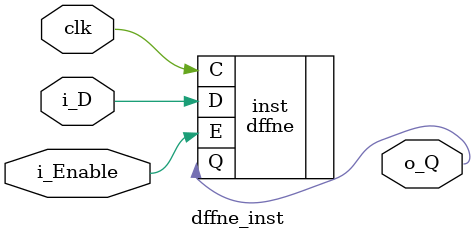
<source format=v>
                                   

`timescale 1ns / 1ps

module dffne_inst (
	input clk, //clock
	input i_Enable, //enable signal
	input i_D, //input to flop
	output o_Q  //output from flop
	);

//
// INSTANTIATIONS
//
	dffne inst(
		.D(i_D),
		.E(i_Enable),
		.C(clk),
		.Q(o_Q)
		);

endmodule
</source>
